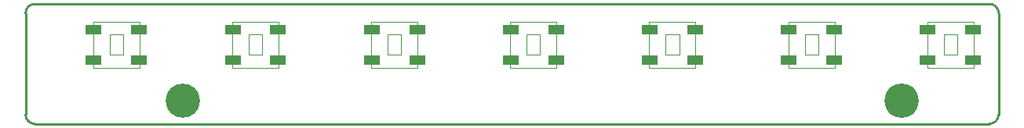
<source format=gts>
G04 Layer_Color=8388736*
%FSLAX42Y42*%
%MOMM*%
G71*
G01*
G75*
%ADD12C,0.25*%
%ADD13C,0.10*%
%ADD23R,1.70X1.10*%
%ADD24C,3.70*%
%ADD25O,3.70X3.74*%
D12*
X10400Y0D02*
G03*
X10500Y100I0J100D01*
G01*
Y1200D02*
G03*
X10400Y1300I-100J0D01*
G01*
X100D02*
G03*
X0Y1200I0J-100D01*
G01*
Y100D02*
G03*
X100Y0I100J0D01*
G01*
Y1300D02*
X10400D01*
X10500Y100D02*
Y1200D01*
X0Y100D02*
Y1200D01*
X100Y0D02*
X10400D01*
D13*
X907Y970D02*
X1052D01*
X907Y750D02*
X1052D01*
X907D02*
Y970D01*
X1052Y750D02*
Y970D01*
X2408D02*
X2552D01*
X2408Y750D02*
X2552D01*
X2408D02*
Y970D01*
X2552Y750D02*
Y970D01*
X3908D02*
X4053D01*
X3908Y750D02*
X4053D01*
X3908D02*
Y970D01*
X4053Y750D02*
Y970D01*
X5408D02*
X5553D01*
X5408Y750D02*
X5553D01*
X5408D02*
Y970D01*
X5553Y750D02*
Y970D01*
X6907D02*
X7053D01*
X6907Y750D02*
X7053D01*
X6907D02*
Y970D01*
X7053Y750D02*
Y970D01*
X8407D02*
X8553D01*
X8407Y750D02*
X8553D01*
X8407D02*
Y970D01*
X8553Y750D02*
Y970D01*
X9907D02*
X10053D01*
X9907Y750D02*
X10053D01*
X9907D02*
Y970D01*
X10053Y750D02*
Y970D01*
X10230Y610D02*
Y1110D01*
X9730Y610D02*
Y1110D01*
X10230D01*
X9730Y610D02*
X10230D01*
X8730D02*
Y1110D01*
X8230Y610D02*
Y1110D01*
X8730D01*
X8230Y610D02*
X8730D01*
X7230D02*
Y1110D01*
X6730Y610D02*
Y1110D01*
X7230D01*
X6730Y610D02*
X7230D01*
X5730D02*
Y1110D01*
X5230Y610D02*
Y1110D01*
X5730D01*
X5230Y610D02*
X5730D01*
X4230D02*
Y1110D01*
X3730Y610D02*
Y1110D01*
X4230D01*
X3730Y610D02*
X4230D01*
X2730D02*
Y1110D01*
X2230Y610D02*
Y1110D01*
X2730D01*
X2230Y610D02*
X2730D01*
X1230D02*
Y1110D01*
X730Y610D02*
Y1110D01*
X1230D01*
X730Y610D02*
X1230D01*
D23*
X9735Y695D02*
D03*
Y1025D02*
D03*
X10225D02*
D03*
Y695D02*
D03*
X8235D02*
D03*
Y1025D02*
D03*
X8725D02*
D03*
Y695D02*
D03*
X6735D02*
D03*
Y1025D02*
D03*
X7225D02*
D03*
Y695D02*
D03*
X5235D02*
D03*
Y1025D02*
D03*
X5725D02*
D03*
Y695D02*
D03*
X3735D02*
D03*
Y1025D02*
D03*
X4225D02*
D03*
Y695D02*
D03*
X2235D02*
D03*
Y1025D02*
D03*
X2725D02*
D03*
Y695D02*
D03*
X735D02*
D03*
Y1025D02*
D03*
X1225D02*
D03*
Y695D02*
D03*
D24*
X1700Y250D02*
D03*
D25*
X9450D02*
D03*
M02*

</source>
